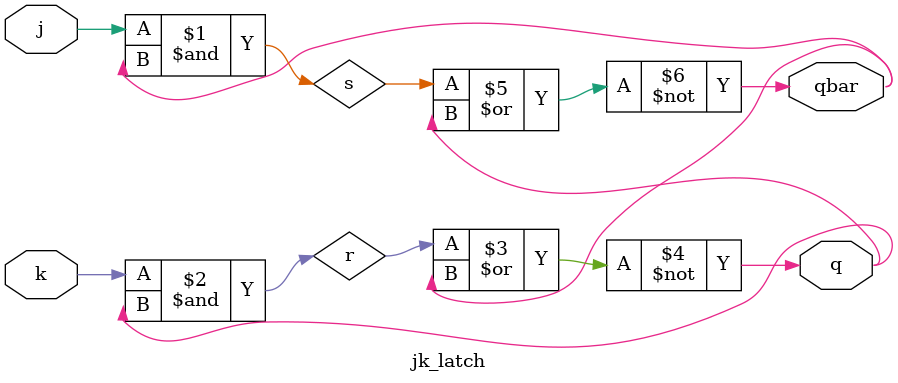
<source format=v>
/*
module jk_latch(j,k,q,qbar);
	input j,k;
	output reg q,qbar;
	
	initial begin
        q = 0;
        qbar = 1;
    end
	
	always@(j or k)begin
		case({j,k})
			2'b00 :
			begin
				q=q;qbar=~q;
			end
			2'b01 :
			begin
				q=0;qbar=1;
			end
			2'b10 :
			begin 
				q=1;qbar=0;
			end
			default :
			begin
				q=~q;
				qbar=~qbar;
			end
		endcase
	end
endmodule
*/

//--> Structural Model

module jk_latch(j,k,q,qbar);
    input j,k;
    output q,qbar;
    wire s,r;

    and a0(s,j,qbar);   // S = J·Qbar
    and a1(r,k,q);      // R = K·Q

    nor g0(q,r,qbar);   // Q = ~(R + Qbar)
    nor g1(qbar,s,q);   // Qbar = ~(S + Q)
endmodule



</source>
